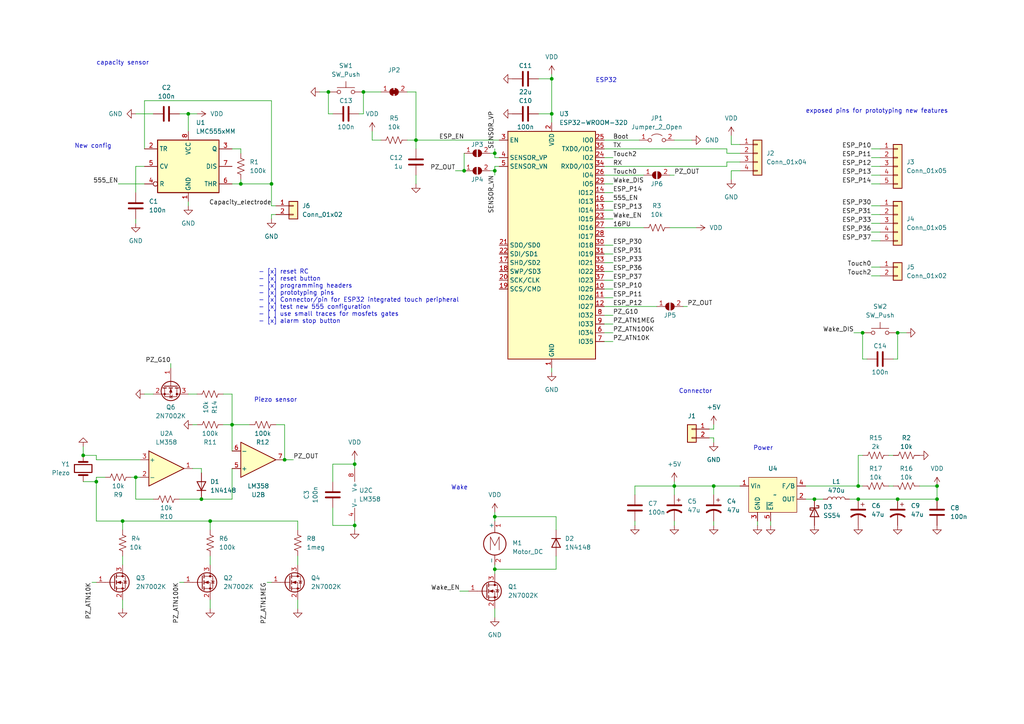
<source format=kicad_sch>
(kicad_sch (version 20230121) (generator eeschema)
  (paper "A4")
  (lib_symbols
    (symbol "Amplifier_Operational:LM358" (pin_names (offset 0.127))
      (property "Reference" "U" (at 0 5.08 0))
      (property "Value" "LM358" (at 0 -5.08 0))
      (symbol "LM358_1_1"
        (pin output line (at 7.62 0 180) (length 2.54) (name "~") (number "1"))
        (pin input line (at -7.62 -2.54 0) (length 2.54) (name "-") (number "2"))
        (pin input line (at -7.62 2.54 0) (length 2.54) (name "+") (number "3"))
      )
      (symbol "LM358_2_1"
        (pin input line (at -7.62 2.54 0) (length 2.54) (name "+") (number "5"))
        (pin input line (at -7.62 -2.54 0) (length 2.54) (name "-") (number "6"))
        (pin output line (at 7.62 0 180) (length 2.54) (name "~") (number "7"))
      )
      (symbol "LM358_3_1"
        (pin power_in line (at -2.54 -7.62 90) (length 3.81) (name "V-") (number "4"))
        (pin power_in line (at -2.54 7.62 270) (length 3.81) (name "V+") (number "8"))
      )
    )
    (symbol "Connector_Generic:Conn_01x02" (pin_names (offset 1.016) hide)
      (property "Reference" "J" (at 0 2.54 0))
      (property "Value" "Conn_01x02" (at 0 -5.08 0))
      (symbol "Conn_01x02_1_1"
        (pin passive line (at -5.08 0 0) (length 3.81) (name "Pin_1") (number "1"))
        (pin passive line (at -5.08 -2.54 0) (length 3.81) (name "Pin_2") (number "2"))
      )
    )
    (symbol "Connector_Generic:Conn_01x04" (pin_names (offset 1.016) hide)
      (property "Reference" "J" (at 0 5.08 0))
      (property "Value" "Conn_01x04" (at 0 -7.62 0))
      (symbol "Conn_01x04_1_1"
        (pin passive line (at -5.08 2.54 0) (length 3.81) (name "Pin_1") (number "1"))
        (pin passive line (at -5.08 0 0) (length 3.81) (name "Pin_2") (number "2"))
        (pin passive line (at -5.08 -2.54 0) (length 3.81) (name "Pin_3") (number "3"))
        (pin passive line (at -5.08 -5.08 0) (length 3.81) (name "Pin_4") (number "4"))
      )
    )
    (symbol "Connector_Generic:Conn_01x05" (pin_names (offset 1.016) hide)
      (property "Reference" "J" (at 0 7.62 0))
      (property "Value" "Conn_01x05" (at 0 -7.62 0))
      (symbol "Conn_01x05_1_1"
        (pin passive line (at -5.08 5.08 0) (length 3.81) (name "Pin_1") (number "1"))
        (pin passive line (at -5.08 2.54 0) (length 3.81) (name "Pin_2") (number "2"))
        (pin passive line (at -5.08 0 0) (length 3.81) (name "Pin_3") (number "3"))
        (pin passive line (at -5.08 -2.54 0) (length 3.81) (name "Pin_4") (number "4"))
        (pin passive line (at -5.08 -5.08 0) (length 3.81) (name "Pin_5") (number "5"))
      )
    )
    (symbol "Device:C" (pin_numbers hide) (pin_names (offset 0.254))
      (property "Reference" "C" (at 0.635 2.54 0))
      (property "Value" "C" (at 0.635 -2.54 0))
      (symbol "C_1_1"
        (pin passive line (at 0 3.81 270) (length 2.794) (name "~") (number "1"))
        (pin passive line (at 0 -3.81 90) (length 2.794) (name "~") (number "2"))
      )
    )
    (symbol "Device:C_Polarized_US" (pin_numbers hide) (pin_names (offset 0.254) hide)
      (property "Reference" "C" (at 0.635 2.54 0))
      (property "Value" "C_Polarized_US" (at 0.635 -2.54 0))
      (symbol "C_Polarized_US_1_1"
        (pin passive line (at 0 3.81 270) (length 2.794) (name "~") (number "1"))
        (pin passive line (at 0 -3.81 90) (length 3.302) (name "~") (number "2"))
      )
    )
    (symbol "Device:Crystal" (pin_numbers hide) (pin_names (offset 1.016) hide)
      (property "Reference" "Y" (at 0 3.81 0))
      (property "Value" "Crystal" (at 0 -3.81 0))
      (symbol "Crystal_1_1"
        (pin passive line (at -3.81 0 0) (length 1.27) (name "1") (number "1"))
        (pin passive line (at 3.81 0 180) (length 1.27) (name "2") (number "2"))
      )
    )
    (symbol "Device:D_Schottky" (pin_numbers hide) (pin_names (offset 1.016) hide)
      (property "Reference" "D" (at 0 2.54 0))
      (property "Value" "D_Schottky" (at 0 -2.54 0))
      (symbol "D_Schottky_1_1"
        (pin passive line (at -3.81 0 0) (length 2.54) (name "K") (number "1"))
        (pin passive line (at 3.81 0 180) (length 2.54) (name "A") (number "2"))
      )
    )
    (symbol "Device:L" (pin_numbers hide) (pin_names (offset 1.016) hide)
      (property "Reference" "L" (at -1.27 0 90))
      (property "Value" "L" (at 1.905 0 90))
      (symbol "L_1_1"
        (pin passive line (at 0 3.81 270) (length 1.27) (name "1") (number "1"))
        (pin passive line (at 0 -3.81 90) (length 1.27) (name "2") (number "2"))
      )
    )
    (symbol "Device:R_US" (pin_numbers hide) (pin_names (offset 0))
      (property "Reference" "R" (at 2.54 0 90))
      (property "Value" "R_US" (at -2.54 0 90))
      (symbol "R_US_1_1"
        (pin passive line (at 0 3.81 270) (length 1.27) (name "~") (number "1"))
        (pin passive line (at 0 -3.81 90) (length 1.27) (name "~") (number "2"))
      )
    )
    (symbol "Diode:1N4148" (pin_numbers hide) (pin_names hide)
      (property "Reference" "D" (at 0 2.54 0))
      (property "Value" "1N4148" (at 0 -2.54 0))
      (symbol "1N4148_1_1"
        (pin passive line (at -3.81 0 0) (length 2.54) (name "K") (number "1"))
        (pin passive line (at 3.81 0 180) (length 2.54) (name "A") (number "2"))
      )
    )
    (symbol "Jumper:Jumper_2_Open" (pin_names (offset 0) hide)
      (property "Reference" "JP" (at 0 2.794 0))
      (property "Value" "Jumper_2_Open" (at 0 -2.286 0))
      (symbol "Jumper_2_Open_1_1"
        (pin passive line (at -5.08 0 0) (length 2.54) (name "A") (number "1"))
        (pin passive line (at 5.08 0 180) (length 2.54) (name "B") (number "2"))
      )
    )
    (symbol "Jumper:SolderJumper_2_Bridged" (pin_names (offset 0) hide)
      (property "Reference" "JP" (at 0 2.032 0))
      (property "Value" "SolderJumper_2_Bridged" (at 0 -2.54 0))
      (symbol "SolderJumper_2_Bridged_1_1"
        (pin passive line (at -3.81 0 0) (length 2.54) (name "A") (number "1"))
        (pin passive line (at 3.81 0 180) (length 2.54) (name "B") (number "2"))
      )
    )
    (symbol "Jumper:SolderJumper_2_Open" (pin_names (offset 0) hide)
      (property "Reference" "JP" (at 0 2.032 0))
      (property "Value" "SolderJumper_2_Open" (at 0 -2.54 0))
      (symbol "SolderJumper_2_Open_1_1"
        (pin passive line (at -3.81 0 0) (length 2.54) (name "A") (number "1"))
        (pin passive line (at 3.81 0 180) (length 2.54) (name "B") (number "2"))
      )
    )
    (symbol "Motor:Motor_DC" (pin_names (offset 0))
      (property "Reference" "M" (at 2.54 2.54 0))
      (property "Value" "Motor_DC" (at 2.54 -5.08 0))
      (symbol "Motor_DC_1_1"
        (pin passive line (at 0 5.08 270) (length 2.54) (name "+") (number "1"))
        (pin passive line (at 0 -7.62 90) (length 2.54) (name "-") (number "2"))
      )
    )
    (symbol "RF_Module:ESP32-WROOM-32D"
      (property "Reference" "U" (at -12.7 34.29 0))
      (property "Value" "ESP32-WROOM-32D" (at 1.27 34.29 0))
      (symbol "ESP32-WROOM-32D_1_1"
        (pin power_in line (at 0 -35.56 90) (length 2.54) (name "GND") (number "1"))
        (pin bidirectional line (at 15.24 -12.7 180) (length 2.54) (name "IO25") (number "10"))
        (pin bidirectional line (at 15.24 -15.24 180) (length 2.54) (name "IO26") (number "11"))
        (pin bidirectional line (at 15.24 -17.78 180) (length 2.54) (name "IO27") (number "12"))
        (pin bidirectional line (at 15.24 10.16 180) (length 2.54) (name "IO14") (number "13"))
        (pin bidirectional line (at 15.24 15.24 180) (length 2.54) (name "IO12") (number "14"))
        (pin passive line (at 0 -35.56 90) (length 2.54) hide (name "GND") (number "15"))
        (pin bidirectional line (at 15.24 12.7 180) (length 2.54) (name "IO13") (number "16"))
        (pin bidirectional line (at -15.24 -5.08 0) (length 2.54) (name "SHD/SD2") (number "17"))
        (pin bidirectional line (at -15.24 -7.62 0) (length 2.54) (name "SWP/SD3") (number "18"))
        (pin bidirectional line (at -15.24 -12.7 0) (length 2.54) (name "SCS/CMD") (number "19"))
        (pin power_in line (at 0 35.56 270) (length 2.54) (name "VDD") (number "2"))
        (pin bidirectional line (at -15.24 -10.16 0) (length 2.54) (name "SCK/CLK") (number "20"))
        (pin bidirectional line (at -15.24 0 0) (length 2.54) (name "SDO/SD0") (number "21"))
        (pin bidirectional line (at -15.24 -2.54 0) (length 2.54) (name "SDI/SD1") (number "22"))
        (pin bidirectional line (at 15.24 7.62 180) (length 2.54) (name "IO15") (number "23"))
        (pin bidirectional line (at 15.24 25.4 180) (length 2.54) (name "IO2") (number "24"))
        (pin bidirectional line (at 15.24 30.48 180) (length 2.54) (name "IO0") (number "25"))
        (pin bidirectional line (at 15.24 20.32 180) (length 2.54) (name "IO4") (number "26"))
        (pin bidirectional line (at 15.24 5.08 180) (length 2.54) (name "IO16") (number "27"))
        (pin bidirectional line (at 15.24 2.54 180) (length 2.54) (name "IO17") (number "28"))
        (pin bidirectional line (at 15.24 17.78 180) (length 2.54) (name "IO5") (number "29"))
        (pin input line (at -15.24 30.48 0) (length 2.54) (name "EN") (number "3"))
        (pin bidirectional line (at 15.24 0 180) (length 2.54) (name "IO18") (number "30"))
        (pin bidirectional line (at 15.24 -2.54 180) (length 2.54) (name "IO19") (number "31"))
        (pin no_connect line (at -12.7 -27.94 0) (length 2.54) hide (name "NC") (number "32"))
        (pin bidirectional line (at 15.24 -5.08 180) (length 2.54) (name "IO21") (number "33"))
        (pin bidirectional line (at 15.24 22.86 180) (length 2.54) (name "RXD0/IO3") (number "34"))
        (pin bidirectional line (at 15.24 27.94 180) (length 2.54) (name "TXD0/IO1") (number "35"))
        (pin bidirectional line (at 15.24 -7.62 180) (length 2.54) (name "IO22") (number "36"))
        (pin bidirectional line (at 15.24 -10.16 180) (length 2.54) (name "IO23") (number "37"))
        (pin passive line (at 0 -35.56 90) (length 2.54) hide (name "GND") (number "38"))
        (pin passive line (at 0 -35.56 90) (length 2.54) hide (name "GND") (number "39"))
        (pin input line (at -15.24 25.4 0) (length 2.54) (name "SENSOR_VP") (number "4"))
        (pin input line (at -15.24 22.86 0) (length 2.54) (name "SENSOR_VN") (number "5"))
        (pin input line (at 15.24 -25.4 180) (length 2.54) (name "IO34") (number "6"))
        (pin input line (at 15.24 -27.94 180) (length 2.54) (name "IO35") (number "7"))
        (pin bidirectional line (at 15.24 -20.32 180) (length 2.54) (name "IO32") (number "8"))
        (pin bidirectional line (at 15.24 -22.86 180) (length 2.54) (name "IO33") (number "9"))
      )
    )
    (symbol "Regulator_Switching:TL2575ADJ"
      (property "Reference" "U4" (at -0.635 7.62 0))
      (property "Value" "~" (at 0 0 0))
      (symbol "TL2575ADJ_1_1"
        (pin power_in line (at -10.16 2.54 0) (length 2.54) (name "Vin") (number "1"))
        (pin power_out line (at 8.89 -1.27 180) (length 2.54) (name "OUT") (number "2"))
        (pin power_in line (at -5.08 -7.62 90) (length 2.54) (name "GND") (number "3"))
        (pin input line (at 8.89 2.54 180) (length 2.54) (name "F/B") (number "4"))
        (pin input line (at -1.27 -7.62 90) (length 2.54) (name "~{EN}") (number "5"))
      )
    )
    (symbol "Switch:SW_Push" (pin_numbers hide) (pin_names (offset 1.016) hide)
      (property "Reference" "SW" (at 1.27 2.54 0))
      (property "Value" "SW_Push" (at 0 -1.524 0))
      (symbol "SW_Push_0_1"
        (pin passive line (at -5.08 0 0) (length 2.54) (name "1") (number "1"))
        (pin passive line (at 5.08 0 180) (length 2.54) (name "2") (number "2"))
      )
    )
    (symbol "Timer:LMC555xMM"
      (property "Reference" "U" (at -10.16 8.89 0))
      (property "Value" "LMC555xMM" (at 2.54 8.89 0))
      (symbol "LMC555xMM_0_0"
        (pin power_in line (at 0 -10.16 90) (length 2.54) (name "GND") (number "1"))
        (pin power_in line (at 0 10.16 270) (length 2.54) (name "VCC") (number "8"))
      )
      (symbol "LMC555xMM_1_1"
        (pin input line (at -12.7 5.08 0) (length 3.81) (name "TR") (number "2"))
        (pin output line (at 12.7 5.08 180) (length 3.81) (name "Q") (number "3"))
        (pin input inverted (at -12.7 -5.08 0) (length 3.81) (name "R") (number "4"))
        (pin input line (at -12.7 0 0) (length 3.81) (name "CV") (number "5"))
        (pin input line (at 12.7 -5.08 180) (length 3.81) (name "THR") (number "6"))
        (pin input line (at 12.7 0 180) (length 3.81) (name "DIS") (number "7"))
      )
    )
    (symbol "Transistor_FET:2N7002K" (pin_names hide)
      (property "Reference" "Q" (at 5.08 1.905 0))
      (property "Value" "2N7002K" (at 5.08 0 0))
      (symbol "2N7002K_1_1"
        (pin input line (at -5.08 0 0) (length 2.54) (name "G") (number "1"))
        (pin passive line (at 2.54 -5.08 90) (length 2.54) (name "S") (number "2"))
        (pin passive line (at 2.54 5.08 270) (length 2.54) (name "D") (number "3"))
      )
    )
    (symbol "power:+5V" (power) (pin_names (offset 0))
      (property "Value" "+5V" (at 0 3.556 0))
      (symbol "+5V_1_1"
        (pin power_in line (at 0 0 90) (length 0) hide (name "+5V") (number "1"))
      )
    )
    (symbol "power:GND" (power) (pin_names (offset 0))
      (property "Value" "GND" (at 0 -3.81 0))
      (symbol "GND_1_1"
        (pin power_in line (at 0 0 270) (length 0) hide (name "GND") (number "1"))
      )
    )
    (symbol "power:VDD" (power) (pin_names (offset 0))
      (property "Value" "VDD" (at 0 3.81 0))
      (symbol "VDD_1_1"
        (pin power_in line (at 0 0 90) (length 0) hide (name "VDD") (number "1"))
      )
    )
  )
  (junction (at 143.51 149.86))
  (junction (at 58.42 144.78))
  (junction (at 260.35 96.52))
  (junction (at 69.85 53.34))
  (junction (at 260.35 144.78))
  (junction (at 271.78 140.97))
  (junction (at 236.22 144.78))
  (junction (at 60.96 151.13))
  (junction (at 160.02 33.02))
  (junction (at 35.56 151.13))
  (junction (at 248.92 144.78))
  (junction (at 271.78 144.78))
  (junction (at 248.92 140.97))
  (junction (at 195.58 140.97))
  (junction (at 207.01 140.97))
  (junction (at 143.51 44.45))
  (junction (at 143.51 49.53))
  (junction (at 39.37 138.43))
  (junction (at 95.25 26.67))
  (junction (at 250.19 96.52))
  (junction (at 67.31 123.19))
  (junction (at 24.13 132.08))
  (junction (at 102.87 134.62))
  (junction (at 105.41 26.67))
  (junction (at 82.55 133.35))
  (junction (at 160.02 22.86))
  (junction (at 134.62 49.53))
  (junction (at 54.61 33.02))
  (junction (at 27.94 139.7))
  (junction (at 143.51 165.1))
  (junction (at 102.87 152.4))
  (junction (at 120.65 40.64))
  (junction (at 78.74 53.34))
  (wire (pts (xy 69.85 43.18) (xy 69.85 44.45)))
  (wire (pts (xy 92.71 26.67) (xy 95.25 26.67)))
  (wire (pts (xy 223.52 151.13) (xy 223.52 152.4)))
  (wire (pts (xy 255.27 62.23) (xy 252.73 62.23)))
  (wire (pts (xy 143.51 149.86) (xy 143.51 151.13)))
  (wire (pts (xy 143.51 163.83) (xy 143.51 165.1)))
  (wire (pts (xy 260.35 96.52) (xy 262.89 96.52)))
  (wire (pts (xy 52.07 168.91) (xy 53.34 168.91)))
  (wire (pts (xy 67.31 53.34) (xy 69.85 53.34)))
  (wire (pts (xy 27.94 138.43) (xy 30.48 138.43)))
  (wire (pts (xy 212.09 49.53) (xy 212.09 52.07)))
  (wire (pts (xy 39.37 48.26) (xy 39.37 55.88)))
  (wire (pts (xy 78.74 53.34) (xy 78.74 59.69)))
  (wire (pts (xy 177.8 76.2) (xy 175.26 76.2)))
  (wire (pts (xy 60.96 173.99) (xy 60.96 176.53)))
  (wire (pts (xy 142.24 44.45) (xy 143.51 44.45)))
  (wire (pts (xy 39.37 64.77) (xy 39.37 63.5)))
  (wire (pts (xy 143.51 165.1) (xy 143.51 166.37)))
  (wire (pts (xy 207.01 124.46) (xy 207.01 123.19)))
  (wire (pts (xy 195.58 140.97) (xy 207.01 140.97)))
  (wire (pts (xy 104.14 33.02) (xy 105.41 33.02)))
  (wire (pts (xy 26.67 168.91) (xy 27.94 168.91)))
  (wire (pts (xy 259.08 140.97) (xy 257.81 140.97)))
  (wire (pts (xy 177.8 58.42) (xy 175.26 58.42)))
  (wire (pts (xy 210.82 43.18) (xy 175.26 43.18)))
  (wire (pts (xy 24.13 139.7) (xy 27.94 139.7)))
  (wire (pts (xy 78.74 29.21) (xy 78.74 53.34)))
  (wire (pts (xy 134.62 44.45) (xy 134.62 49.53)))
  (wire (pts (xy 255.27 80.01) (xy 252.73 80.01)))
  (wire (pts (xy 142.24 49.53) (xy 143.51 49.53)))
  (wire (pts (xy 39.37 144.78) (xy 39.37 138.43)))
  (wire (pts (xy 219.71 151.13) (xy 219.71 152.4)))
  (wire (pts (xy 177.8 93.98) (xy 175.26 93.98)))
  (wire (pts (xy 250.19 104.14) (xy 250.19 96.52)))
  (wire (pts (xy 175.26 45.72) (xy 177.8 45.72)))
  (wire (pts (xy 184.15 143.51) (xy 184.15 140.97)))
  (wire (pts (xy 175.26 88.9) (xy 190.5 88.9)))
  (wire (pts (xy 177.8 60.96) (xy 175.26 60.96)))
  (wire (pts (xy 156.21 33.02) (xy 160.02 33.02)))
  (wire (pts (xy 82.55 133.35) (xy 85.09 133.35)))
  (wire (pts (xy 105.41 33.02) (xy 105.41 26.67)))
  (wire (pts (xy 69.85 52.07) (xy 69.85 53.34)))
  (wire (pts (xy 35.56 161.29) (xy 35.56 163.83)))
  (wire (pts (xy 143.51 176.53) (xy 143.51 179.07)))
  (wire (pts (xy 143.51 49.53) (xy 143.51 48.26)))
  (wire (pts (xy 60.96 151.13) (xy 60.96 153.67)))
  (wire (pts (xy 143.51 45.72) (xy 143.51 44.45)))
  (wire (pts (xy 177.8 71.12) (xy 175.26 71.12)))
  (wire (pts (xy 86.36 161.29) (xy 86.36 163.83)))
  (wire (pts (xy 120.65 53.34) (xy 120.65 50.8)))
  (wire (pts (xy 255.27 64.77) (xy 252.73 64.77)))
  (wire (pts (xy 60.96 161.29) (xy 60.96 163.83)))
  (wire (pts (xy 102.87 151.13) (xy 102.87 152.4)))
  (wire (pts (xy 195.58 151.13) (xy 195.58 152.4)))
  (wire (pts (xy 210.82 46.99) (xy 214.63 46.99)))
  (wire (pts (xy 102.87 133.35) (xy 102.87 134.62)))
  (wire (pts (xy 246.38 144.78) (xy 248.92 144.78)))
  (wire (pts (xy 44.45 114.3) (xy 41.91 114.3)))
  (wire (pts (xy 96.52 134.62) (xy 96.52 139.7)))
  (wire (pts (xy 212.09 39.37) (xy 212.09 41.91)))
  (wire (pts (xy 195.58 139.7) (xy 195.58 140.97)))
  (wire (pts (xy 210.82 48.26) (xy 210.82 46.99)))
  (wire (pts (xy 38.1 138.43) (xy 39.37 138.43)))
  (wire (pts (xy 41.91 43.18) (xy 41.91 29.21)))
  (wire (pts (xy 199.39 88.9) (xy 198.12 88.9)))
  (wire (pts (xy 257.81 132.08) (xy 259.08 132.08)))
  (wire (pts (xy 144.78 45.72) (xy 143.51 45.72)))
  (wire (pts (xy 105.41 26.67) (xy 110.49 26.67)))
  (wire (pts (xy 143.51 148.59) (xy 143.51 149.86)))
  (wire (pts (xy 24.13 132.08) (xy 27.94 132.08)))
  (wire (pts (xy 207.01 140.97) (xy 207.01 143.51)))
  (wire (pts (xy 266.7 140.97) (xy 271.78 140.97)))
  (wire (pts (xy 255.27 43.18) (xy 252.73 43.18)))
  (wire (pts (xy 67.31 114.3) (xy 64.77 114.3)))
  (wire (pts (xy 35.56 151.13) (xy 60.96 151.13)))
  (wire (pts (xy 96.52 134.62) (xy 102.87 134.62)))
  (wire (pts (xy 133.35 171.45) (xy 135.89 171.45)))
  (wire (pts (xy 177.8 55.88) (xy 175.26 55.88)))
  (wire (pts (xy 255.27 53.34) (xy 252.73 53.34)))
  (wire (pts (xy 236.22 144.78) (xy 238.76 144.78)))
  (wire (pts (xy 27.94 139.7) (xy 27.94 151.13)))
  (wire (pts (xy 55.88 135.89) (xy 58.42 135.89)))
  (wire (pts (xy 67.31 135.89) (xy 67.31 144.78)))
  (wire (pts (xy 58.42 135.89) (xy 58.42 137.16)))
  (wire (pts (xy 175.26 63.5) (xy 177.8 63.5)))
  (wire (pts (xy 86.36 173.99) (xy 86.36 176.53)))
  (wire (pts (xy 52.07 33.02) (xy 54.61 33.02)))
  (wire (pts (xy 160.02 33.02) (xy 160.02 35.56)))
  (wire (pts (xy 41.91 29.21) (xy 78.74 29.21)))
  (wire (pts (xy 205.74 124.46) (xy 207.01 124.46)))
  (wire (pts (xy 194.31 66.04) (xy 201.93 66.04)))
  (wire (pts (xy 212.09 41.91) (xy 214.63 41.91)))
  (wire (pts (xy 39.37 138.43) (xy 40.64 138.43)))
  (wire (pts (xy 69.85 53.34) (xy 78.74 53.34)))
  (wire (pts (xy 120.65 26.67) (xy 120.65 40.64)))
  (wire (pts (xy 132.08 49.53) (xy 134.62 49.53)))
  (wire (pts (xy 143.51 43.18) (xy 143.51 44.45)))
  (wire (pts (xy 255.27 67.31) (xy 252.73 67.31)))
  (wire (pts (xy 96.52 152.4) (xy 102.87 152.4)))
  (wire (pts (xy 195.58 143.51) (xy 195.58 140.97)))
  (wire (pts (xy 69.85 43.18) (xy 67.31 43.18)))
  (wire (pts (xy 214.63 49.53) (xy 212.09 49.53)))
  (wire (pts (xy 67.31 123.19) (xy 67.31 130.81)))
  (wire (pts (xy 24.13 129.54) (xy 24.13 132.08)))
  (wire (pts (xy 250.19 140.97) (xy 248.92 140.97)))
  (wire (pts (xy 120.65 40.64) (xy 144.78 40.64)))
  (wire (pts (xy 34.29 53.34) (xy 41.91 53.34)))
  (wire (pts (xy 250.19 132.08) (xy 248.92 132.08)))
  (wire (pts (xy 177.8 96.52) (xy 175.26 96.52)))
  (wire (pts (xy 160.02 21.59) (xy 160.02 22.86)))
  (wire (pts (xy 49.53 105.41) (xy 49.53 106.68)))
  (wire (pts (xy 233.68 144.78) (xy 236.22 144.78)))
  (wire (pts (xy 233.68 140.97) (xy 248.92 140.97)))
  (wire (pts (xy 55.88 123.19) (xy 57.15 123.19)))
  (wire (pts (xy 247.65 96.52) (xy 250.19 96.52)))
  (wire (pts (xy 58.42 144.78) (xy 67.31 144.78)))
  (wire (pts (xy 102.87 134.62) (xy 102.87 135.89)))
  (wire (pts (xy 161.29 149.86) (xy 161.29 153.67)))
  (wire (pts (xy 96.52 33.02) (xy 95.25 33.02)))
  (wire (pts (xy 27.94 138.43) (xy 27.94 139.7)))
  (wire (pts (xy 27.94 133.35) (xy 40.64 133.35)))
  (wire (pts (xy 39.37 33.02) (xy 44.45 33.02)))
  (wire (pts (xy 118.11 26.67) (xy 120.65 26.67)))
  (wire (pts (xy 143.51 49.53) (xy 143.51 50.8)))
  (wire (pts (xy 41.91 48.26) (xy 39.37 48.26)))
  (wire (pts (xy 120.65 43.18) (xy 120.65 40.64)))
  (wire (pts (xy 82.55 123.19) (xy 80.01 123.19)))
  (wire (pts (xy 143.51 48.26) (xy 144.78 48.26)))
  (wire (pts (xy 177.8 81.28) (xy 175.26 81.28)))
  (wire (pts (xy 102.87 153.67) (xy 102.87 152.4)))
  (wire (pts (xy 255.27 77.47) (xy 252.73 77.47)))
  (wire (pts (xy 86.36 153.67) (xy 86.36 151.13)))
  (wire (pts (xy 214.63 44.45) (xy 210.82 44.45)))
  (wire (pts (xy 60.96 151.13) (xy 86.36 151.13)))
  (wire (pts (xy 210.82 44.45) (xy 210.82 43.18)))
  (wire (pts (xy 175.26 48.26) (xy 210.82 48.26)))
  (wire (pts (xy 35.56 151.13) (xy 35.56 153.67)))
  (wire (pts (xy 255.27 50.8) (xy 252.73 50.8)))
  (wire (pts (xy 195.58 40.64) (xy 200.66 40.64)))
  (wire (pts (xy 248.92 144.78) (xy 260.35 144.78)))
  (wire (pts (xy 82.55 133.35) (xy 82.55 123.19)))
  (wire (pts (xy 195.58 50.8) (xy 194.31 50.8)))
  (wire (pts (xy 205.74 127) (xy 207.01 127)))
  (wire (pts (xy 160.02 22.86) (xy 160.02 33.02)))
  (wire (pts (xy 207.01 151.13) (xy 207.01 152.4)))
  (wire (pts (xy 44.45 144.78) (xy 39.37 144.78)))
  (wire (pts (xy 255.27 59.69) (xy 252.73 59.69)))
  (wire (pts (xy 78.74 62.23) (xy 78.74 63.5)))
  (wire (pts (xy 175.26 66.04) (xy 186.69 66.04)))
  (wire (pts (xy 177.8 73.66) (xy 175.26 73.66)))
  (wire (pts (xy 260.35 144.78) (xy 271.78 144.78)))
  (wire (pts (xy 248.92 132.08) (xy 248.92 140.97)))
  (wire (pts (xy 251.46 104.14) (xy 250.19 104.14)))
  (wire (pts (xy 177.8 99.06) (xy 175.26 99.06)))
  (wire (pts (xy 177.8 78.74) (xy 175.26 78.74)))
  (wire (pts (xy 35.56 173.99) (xy 35.56 176.53)))
  (wire (pts (xy 259.08 104.14) (xy 260.35 104.14)))
  (wire (pts (xy 77.47 168.91) (xy 78.74 168.91)))
  (wire (pts (xy 27.94 132.08) (xy 27.94 133.35)))
  (wire (pts (xy 255.27 45.72) (xy 252.73 45.72)))
  (wire (pts (xy 177.8 53.34) (xy 175.26 53.34)))
  (wire (pts (xy 255.27 48.26) (xy 252.73 48.26)))
  (wire (pts (xy 67.31 114.3) (xy 67.31 123.19)))
  (wire (pts (xy 175.26 40.64) (xy 185.42 40.64)))
  (wire (pts (xy 184.15 151.13) (xy 184.15 152.4)))
  (wire (pts (xy 57.15 114.3) (xy 54.61 114.3)))
  (wire (pts (xy 177.8 86.36) (xy 175.26 86.36)))
  (wire (pts (xy 184.15 140.97) (xy 195.58 140.97)))
  (wire (pts (xy 95.25 33.02) (xy 95.25 26.67)))
  (wire (pts (xy 143.51 165.1) (xy 161.29 165.1)))
  (wire (pts (xy 177.8 83.82) (xy 175.26 83.82)))
  (wire (pts (xy 214.63 140.97) (xy 207.01 140.97)))
  (wire (pts (xy 67.31 123.19) (xy 72.39 123.19)))
  (wire (pts (xy 207.01 127) (xy 207.01 128.27)))
  (wire (pts (xy 52.07 144.78) (xy 58.42 144.78)))
  (wire (pts (xy 160.02 107.95) (xy 160.02 106.68)))
  (wire (pts (xy 161.29 161.29) (xy 161.29 165.1)))
  (wire (pts (xy 54.61 33.02) (xy 54.61 38.1)))
  (wire (pts (xy 156.21 22.86) (xy 160.02 22.86)))
  (wire (pts (xy 177.8 91.44) (xy 175.26 91.44)))
  (wire (pts (xy 161.29 149.86) (xy 143.51 149.86)))
  (wire (pts (xy 64.77 123.19) (xy 67.31 123.19)))
  (wire (pts (xy 80.01 62.23) (xy 78.74 62.23)))
  (wire (pts (xy 175.26 50.8) (xy 186.69 50.8)))
  (wire (pts (xy 260.35 104.14) (xy 260.35 96.52)))
  (wire (pts (xy 110.49 40.64) (xy 107.95 40.64)))
  (wire (pts (xy 107.95 40.64) (xy 107.95 38.1)))
  (wire (pts (xy 96.52 152.4) (xy 96.52 147.32)))
  (wire (pts (xy 57.15 33.02) (xy 54.61 33.02)))
  (wire (pts (xy 255.27 69.85) (xy 252.73 69.85)))
  (wire (pts (xy 120.65 40.64) (xy 118.11 40.64)))
  (wire (pts (xy 54.61 59.69) (xy 54.61 58.42)))
  (wire (pts (xy 27.94 151.13) (xy 35.56 151.13)))
  (wire (pts (xy 78.74 59.69) (xy 80.01 59.69)))
  (wire (pts (xy 271.78 140.97) (xy 271.78 144.78)))
  (text "Power" (at 218.44 130.81 0) (effects (font (size 1.27 1.27)) (justify left bottom)))
  (text "New config" (at 21.59 43.18 0) (effects (font (size 1.27 1.27)) (justify left bottom)))
  (text "capacity sensor" (at 27.94 19.05 0) (effects (font (size 1.27 1.27)) (justify left bottom)))
  (text "Piezo sensor" (at 73.66 116.84 0) (effects (font (size 1.27 1.27)) (justify left bottom)))
  (text "ESP32" (at 172.72 24.13 0) (effects (font (size 1.27 1.27)) (justify left bottom)))
  (text "Wake" (at 130.81 142.24 0) (effects (font (size 1.27 1.27)) (justify left bottom)))
  (text "exposed pins for prototyping new features" (at 233.68 33.02 0) (effects (font (size 1.27 1.27)) (justify left bottom)))
  (text "- [x] reset RC\n- [x] reset button\n- [x] programming headers\n- [x] prototyping pins\n- [x] Connector/pin for ESP32 integrated touch peripheral\n- [x] test new 555 configuration\n- [ ] use small traces for mosfets gates\n- [x] alarm stop button" (at 74.93 93.98 0) (effects (font (size 1.27 1.27)) (justify left bottom)))
  (text "Connector" (at 196.85 114.3 0) (effects (font (size 1.27 1.27)) (justify left bottom)))
  (label "Touch0" (at 252.73 77.47 180))
  (label "ESP_P14" (at 177.8 55.88 0))
  (label "SENSOR_VP" (at 143.51 43.18 90))
  (label "TX" (at 177.8 43.18 0))
  (label "ESP_P33" (at 177.8 76.2 0))
  (label "555_EN" (at 34.29 53.34 180))
  (label "ESP_EN" (at 134.62 40.64 180))
  (label "Wake_EN" (at 177.8 63.5 0))
  (label "ESP_P33" (at 252.73 64.77 180))
  (label "Wake_EN" (at 133.35 171.45 180))
  (label "PZ_G10" (at 177.8 91.44 0))
  (label "Touch2" (at 177.8 45.72 0))
  (label "ESP_P12" (at 177.8 88.9 0))
  (label "ESP_P10" (at 177.8 83.82 0))
  (label "PZ_ATN1MEG" (at 77.47 168.91 270))
  (label "ESP_P12" (at 252.73 48.26 180))
  (label "Wake_DIS" (at 177.8 53.34 0))
  (label "ESP_P10" (at 252.73 43.18 180))
  (label "Wake_DIS" (at 247.65 96.52 180))
  (label "PZ_OUT" (at 195.58 50.8 0))
  (label "Touch0" (at 177.8 50.8 0))
  (label "PZ_OUT" (at 199.39 88.9 0))
  (label "ESP_P36" (at 177.8 78.74 0))
  (label "PZ_ATN10K" (at 177.8 99.06 0))
  (label "ESP_P36" (at 252.73 67.31 180))
  (label "ESP_P13" (at 177.8 60.96 0))
  (label "ESP_P11" (at 177.8 86.36 0))
  (label "Touch2" (at 252.73 80.01 180))
  (label "ESP_P30" (at 252.73 59.69 180))
  (label "ESP_P37" (at 252.73 69.85 180))
  (label "ESP_P11" (at 252.73 45.72 180))
  (label "ESP_P31" (at 252.73 62.23 180))
  (label "SENSOR_VN" (at 143.51 50.8 270))
  (label "PZ_OUT" (at 132.08 49.53 180))
  (label "ESP_P14" (at 252.73 53.34 180))
  (label "PZ_ATN100K" (at 52.07 168.91 270))
  (label "RX" (at 177.8 48.26 0))
  (label "Capacity_electrode" (at 78.74 59.69 180))
  (label "PZ_ATN10K" (at 26.67 168.91 270))
  (label "PZ_ATN1MEG" (at 177.8 93.98 0))
  (label "Boot" (at 177.8 40.64 0))
  (label "PZ_ATN100K" (at 177.8 96.52 0))
  (label "ESP_P37" (at 177.8 81.28 0))
  (label "ESP_P30" (at 177.8 71.12 0))
  (label "ESP_P13" (at 252.73 50.8 180))
  (label "555_EN" (at 177.8 58.42 0))
  (label "PZ_G10" (at 49.53 105.41 180))
  (label "16PU" (at 177.8 66.04 0))
  (label "PZ_OUT" (at 85.09 133.35 0))
  (label "ESP_P31" (at 177.8 73.66 0))
  (symbol (lib_id "Device:R_US") (at 254 140.97 270) (mirror x) (unit 1)
    (property "Reference" "R17" (at 254 135.89 90))
    (property "Value" "10k" (at 254 138.43 90))
    (property "Footprint" "Resistor_SMD:R_0805_2012Metric_Pad1.20x1.40mm_HandSolder" (effects hide))
  )
  (symbol (lib_id "power:GND") (at 120.65 53.34 0) (unit 1)
    (property "Reference" "#PWR036" (effects hide))
    (property "Value" "GND" (effects hide))
  )
  (symbol (lib_id "Motor:Motor_DC") (at 143.51 156.21 0) (unit 1)
    (property "Reference" "M1" (at 148.59 157.48 0) (effects (justify left)))
    (property "Value" "Motor_DC" (at 148.59 160.02 0) (effects (justify left)))
    (property "Footprint" "Connector_PinHeader_2.54mm:PinHeader_1x02_P2.54mm_Vertical" (effects hide))
  )
  (symbol (lib_id "Device:R_US") (at 254 132.08 90) (unit 1)
    (property "Reference" "R15" (at 254 127 90))
    (property "Value" "2k" (at 254 129.54 90))
    (property "Footprint" "Resistor_SMD:R_0805_2012Metric_Pad1.20x1.40mm_HandSolder" (effects hide))
  )
  (symbol (lib_id "Device:L") (at 242.57 144.78 90) (unit 1)
    (property "Reference" "L1" (at 242.57 139.7 90))
    (property "Value" "470u" (at 242.57 142.24 90))
    (property "Footprint" "Inductor_SMD:L_12x12mm_H8mm" (effects hide))
  )
  (symbol (lib_id "power:VDD") (at 271.78 140.97 0) (unit 1)
    (property "Reference" "#PWR027" (effects hide))
    (property "Value" "VDD" (at 271.78 135.89 0))
  )
  (symbol (lib_id "power:GND") (at 54.61 59.69 0) (unit 1)
    (property "Reference" "#PWR01" (effects hide))
    (property "Value" "GND" (at 54.61 64.77 0))
  )
  (symbol (lib_id "Device:C_Polarized_US") (at 195.58 147.32 0) (mirror y) (unit 1)
    (property "Reference" "C5" (at 199.39 145.415 0) (effects (justify right)))
    (property "Value" "47u" (at 199.39 147.955 0) (effects (justify right)))
    (property "Footprint" "Capacitor_SMD:CP_Elec_6.3x5.7" (effects hide))
  )
  (symbol (lib_id "power:GND") (at 195.58 152.4 0) (unit 1)
    (property "Reference" "#PWR021" (effects hide))
    (property "Value" "GND" (effects hide))
  )
  (symbol (lib_id "Device:R_US") (at 60.96 157.48 180) (unit 1)
    (property "Reference" "R6" (at 63.5 156.21 0) (effects (justify right)))
    (property "Value" "100k" (at 63.5 158.75 0) (effects (justify right)))
    (property "Footprint" "Resistor_SMD:R_0805_2012Metric_Pad1.20x1.40mm_HandSolder" (effects hide))
  )
  (symbol (lib_id "Device:R_US") (at 190.5 66.04 90) (unit 1)
    (property "Reference" "R3" (at 190.5 59.69 90))
    (property "Value" "10k" (at 190.5 62.23 90))
    (property "Footprint" "Resistor_SMD:R_0805_2012Metric_Pad1.20x1.40mm_HandSolder" (effects hide))
  )
  (symbol (lib_id "power:GND") (at 260.35 152.4 0) (unit 1)
    (property "Reference" "#PWR030" (effects hide))
    (property "Value" "GND" (effects hide))
  )
  (symbol (lib_id "Device:C") (at 184.15 147.32 0) (unit 1)
    (property "Reference" "C7" (at 187.96 146.05 0) (effects (justify left)))
    (property "Value" "100n" (at 187.96 148.59 0) (effects (justify left)))
    (property "Footprint" "Capacitor_SMD:C_0805_2012Metric_Pad1.18x1.45mm_HandSolder" (effects hide))
  )
  (symbol (lib_id "Device:C") (at 152.4 33.02 90) (unit 1)
    (property "Reference" "C10" (at 152.4 29.21 90))
    (property "Value" "100n" (at 152.4 36.83 90))
    (property "Footprint" "Capacitor_SMD:C_0805_2012Metric_Pad1.18x1.45mm_HandSolder" (effects hide))
  )
  (symbol (lib_id "power:VDD") (at 57.15 33.02 270) (unit 1)
    (property "Reference" "#PWR02" (effects hide))
    (property "Value" "VDD" (at 60.96 33.02 90) (effects (justify left)))
  )
  (symbol (lib_id "Device:R_US") (at 76.2 123.19 270) (unit 1)
    (property "Reference" "R12" (at 76.2 128.27 90))
    (property "Value" "100k" (at 76.2 125.73 90))
    (property "Footprint" "Resistor_SMD:R_0805_2012Metric_Pad1.20x1.40mm_HandSolder" (effects hide))
  )
  (symbol (lib_id "power:GND") (at 207.01 152.4 0) (unit 1)
    (property "Reference" "#PWR019" (effects hide))
    (property "Value" "GND" (effects hide))
  )
  (symbol (lib_id "power:VDD") (at 143.51 148.59 0) (unit 1)
    (property "Reference" "#PWR05" (effects hide))
    (property "Value" "VDD" (at 143.51 143.51 0))
  )
  (symbol (lib_id "Switch:SW_Push") (at 100.33 26.67 0) (unit 1)
    (property "Reference" "SW1" (at 100.33 19.05 0))
    (property "Value" "SW_Push" (at 100.33 21.59 0))
    (property "Footprint" "Button_Switch_SMD:SW_Push_1P1T_NO_Vertical_Wuerth_434133025816" (effects hide))
    (property "Datasheet" "https://www.ckswitches.com/media/2728/pts815.pdf" (effects hide))
  )
  (symbol (lib_id "power:GND") (at 200.66 40.64 90) (unit 1)
    (property "Reference" "#PWR012" (effects hide))
    (property "Value" "GND" (at 204.47 40.64 90) (effects (justify right)))
  )
  (symbol (lib_id "Device:R_US") (at 60.96 123.19 270) (unit 1)
    (property "Reference" "R11" (at 60.96 128.27 90))
    (property "Value" "100k" (at 60.96 125.73 90))
    (property "Footprint" "Resistor_SMD:R_0805_2012Metric_Pad1.20x1.40mm_HandSolder" (effects hide))
  )
  (symbol (lib_id "Connector_Generic:Conn_01x02") (at 85.09 59.69 0) (unit 1)
    (property "Reference" "J6" (at 87.63 59.69 0) (effects (justify left)))
    (property "Value" "Conn_01x02" (at 87.63 62.23 0) (effects (justify left)))
    (property "Footprint" "Connector_PinHeader_2.54mm:PinHeader_1x02_P2.54mm_Vertical" (effects hide))
  )
  (symbol (lib_id "power:GND") (at 271.78 152.4 0) (unit 1)
    (property "Reference" "#PWR028" (effects hide))
    (property "Value" "GND" (effects hide))
  )
  (symbol (lib_id "Device:C") (at 255.27 104.14 90) (unit 1)
    (property "Reference" "C14" (at 255.27 100.33 90))
    (property "Value" "100n" (at 255.27 107.95 90))
    (property "Footprint" "Capacitor_SMD:C_0805_2012Metric_Pad1.18x1.45mm_HandSolder" (effects hide))
  )
  (symbol (lib_id "Jumper:SolderJumper_2_Open") (at 138.43 49.53 0) (unit 1)
    (property "Reference" "JP4" (at 138.43 52.07 0))
    (property "Value" "SolderJumper_2_Open" (effects hide))
    (property "Footprint" "Jumper:SolderJumper-2_P1.3mm_Open_TrianglePad1.0x1.5mm" (effects hide))
  )
  (symbol (lib_id "Connector_Generic:Conn_01x04") (at 219.71 44.45 0) (unit 1)
    (property "Reference" "J2" (at 222.25 44.45 0) (effects (justify left)))
    (property "Value" "Conn_01x04" (at 222.25 46.99 0) (effects (justify left)))
    (property "Footprint" "Connector_PinHeader_2.54mm:PinHeader_1x04_P2.54mm_Vertical" (effects hide))
  )
  (symbol (lib_id "power:GND") (at 148.59 33.02 270) (unit 1)
    (property "Reference" "#PWR032" (effects hide))
    (property "Value" "GND" (effects hide))
  )
  (symbol (lib_id "Device:R_US") (at 34.29 138.43 270) (unit 1)
    (property "Reference" "R9" (at 34.29 143.51 90))
    (property "Value" "10k" (at 34.29 140.97 90))
    (property "Footprint" "Resistor_SMD:R_0805_2012Metric_Pad1.20x1.40mm_HandSolder" (effects hide))
  )
  (symbol (lib_id "power:GND") (at 143.51 179.07 0) (unit 1)
    (property "Reference" "#PWR06" (effects hide))
    (property "Value" "GND" (at 143.51 184.15 0))
  )
  (symbol (lib_id "power:VDD") (at 107.95 38.1 0) (unit 1)
    (property "Reference" "#PWR035" (effects hide))
    (property "Value" "VDD" (at 107.95 33.02 0))
  )
  (symbol (lib_id "Transistor_FET:2N7002K") (at 58.42 168.91 0) (unit 1)
    (property "Reference" "Q2" (at 64.77 167.64 0) (effects (justify left)))
    (property "Value" "2N7002K" (at 64.77 170.18 0) (effects (justify left)))
    (property "Footprint" "Package_TO_SOT_SMD:SOT-23-3" (effects hide))
    (property "Datasheet" "https://www.diodes.com/assets/Datasheets/ds30896.pdf" (effects hide))
  )
  (symbol (lib_id "Amplifier_Operational:LM358") (at 105.41 143.51 0) (unit 3)
    (property "Reference" "U2" (at 104.14 142.24 0) (effects (justify left)))
    (property "Value" "LM358" (at 104.14 144.78 0) (effects (justify left)))
    (property "Footprint" "Package_SO:SOIC-8_3.9x4.9mm_P1.27mm" (effects hide))
    (property "Datasheet" "http://www.ti.com/lit/ds/symlink/lm2904-n.pdf" (effects hide))
  )
  (symbol (lib_id "power:GND") (at 92.71 26.67 270) (unit 1)
    (property "Reference" "#PWR037" (effects hide))
    (property "Value" "GND" (effects hide))
  )
  (symbol (lib_id "Device:C_Polarized_US") (at 248.92 148.59 0) (mirror y) (unit 1)
    (property "Reference" "C6" (at 252.73 146.685 0) (effects (justify right)))
    (property "Value" "47u" (at 252.73 149.225 0) (effects (justify right)))
    (property "Footprint" "Capacitor_SMD:CP_Elec_6.3x5.7" (effects hide))
  )
  (symbol (lib_id "Diode:1N4148") (at 58.42 140.97 90) (unit 1)
    (property "Reference" "D1" (at 60.96 139.7 90) (effects (justify right)))
    (property "Value" "1N4148" (at 60.96 142.24 90) (effects (justify right)))
    (property "Footprint" "Diode_THT:D_DO-35_SOD27_P7.62mm_Horizontal" (effects hide))
    (property "Datasheet" "https://assets.nexperia.com/documents/data-sheet/1N4148_1N4448.pdf" (effects hide))
    (property "Sim.Device" "D" (effects hide))
    (property "Sim.Pins" "1=K 2=A" (effects hide))
  )
  (symbol (lib_id "Amplifier_Operational:LM358") (at 74.93 133.35 0) (mirror x) (unit 2)
    (property "Reference" "U2" (at 74.93 143.51 0))
    (property "Value" "LM358" (at 74.93 140.97 0))
    (property "Footprint" "Package_SO:SOIC-8_3.9x4.9mm_P1.27mm" (effects hide))
    (property "Datasheet" "http://www.ti.com/lit/ds/symlink/lm2904-n.pdf" (effects hide))
  )
  (symbol (lib_id "Connector_Generic:Conn_01x02") (at 200.66 124.46 0) (mirror y) (unit 1)
    (property "Reference" "J1" (at 200.66 120.65 0))
    (property "Value" "Conn_01x02" (effects hide))
    (property "Footprint" "Connector_PinHeader_2.54mm:PinHeader_1x02_P2.54mm_Vertical" (effects hide))
  )
  (symbol (lib_id "power:GND") (at 223.52 152.4 0) (unit 1)
    (property "Reference" "#PWR023" (effects hide))
    (property "Value" "GND" (effects hide))
  )
  (symbol (lib_id "Jumper:Jumper_2_Open") (at 190.5 40.64 0) (unit 1)
    (property "Reference" "JP1" (at 190.5 34.29 0))
    (property "Value" "Jumper_2_Open" (at 190.5 36.83 0))
    (property "Footprint" "TestPoint:TestPoint_2Pads_Pitch2.54mm_Drill0.8mm" (effects hide))
  )
  (symbol (lib_id "Device:R_US") (at 262.89 132.08 90) (unit 1)
    (property "Reference" "R2" (at 262.89 127 90))
    (property "Value" "10k" (at 262.89 129.54 90))
    (property "Footprint" "Resistor_SMD:R_0805_2012Metric_Pad1.20x1.40mm_HandSolder" (effects hide))
  )
  (symbol (lib_id "power:GND") (at 207.01 128.27 0) (unit 1)
    (property "Reference" "#PWR016" (effects hide))
    (property "Value" "GND" (at 207.01 133.35 0))
  )
  (symbol (lib_id "power:GND") (at 35.56 176.53 0) (unit 1)
    (property "Reference" "#PWR08" (effects hide))
    (property "Value" "GND" (effects hide))
  )
  (symbol (lib_id "Jumper:SolderJumper_2_Bridged") (at 114.3 26.67 0) (unit 1)
    (property "Reference" "JP2" (at 114.3 20.32 0))
    (property "Value" "SolderJumper_2_Bridged" (effects hide))
    (property "Footprint" "Jumper:SolderJumper-2_P1.3mm_Open_TrianglePad1.0x1.5mm" (effects hide))
  )
  (symbol (lib_id "power:GND") (at 78.74 63.5 0) (unit 1)
    (property "Reference" "#PWR041" (effects hide))
    (property "Value" "GND" (at 78.74 68.58 0))
  )
  (symbol (lib_id "Device:R_US") (at 48.26 144.78 270) (unit 1)
    (property "Reference" "R10" (at 48.26 149.86 90))
    (property "Value" "10k" (at 48.26 147.32 90))
    (property "Footprint" "Resistor_SMD:R_0805_2012Metric_Pad1.20x1.40mm_HandSolder" (effects hide))
  )
  (symbol (lib_id "Device:R_US") (at 262.89 140.97 270) (mirror x) (unit 1)
    (property "Reference" "R16" (at 262.89 135.89 90))
    (property "Value" "10k" (at 262.89 138.43 90))
    (property "Footprint" "Resistor_SMD:R_0805_2012Metric_Pad1.20x1.40mm_HandSolder" (effects hide))
  )
  (symbol (lib_id "Regulator_Switching:TL2575ADJ") (at 224.79 143.51 0) (unit 1)
    (property "Reference" "U4" (at 224.155 135.89 0))
    (property "Value" "~" (at 224.79 143.51 0))
    (property "Footprint" "Package_TO_SOT_SMD:TO-263-5_TabPin3" (effects hide))
    (property "Datasheet" "https://www.ti.com/lit/ds/symlink/tl2575-adj.pdf?ts=1703359209214&ref_url=https%253A%252F%252Fwww.ti.com%252Fproduct%252FTL2575-ADJ" (effects hide))
  )
  (symbol (lib_id "power:VDD") (at 160.02 21.59 0) (unit 1)
    (property "Reference" "#PWR026" (effects hide))
    (property "Value" "VDD" (at 160.02 16.51 0))
  )
  (symbol (lib_id "power:GND") (at 148.59 22.86 270) (unit 1)
    (property "Reference" "#PWR034" (effects hide))
    (property "Value" "GND" (effects hide))
  )
  (symbol (lib_id "Device:D_Schottky") (at 236.22 148.59 270) (unit 1)
    (property "Reference" "D3" (at 238.76 147.0025 90) (effects (justify left)))
    (property "Value" "SS54" (at 238.76 149.5425 90) (effects (justify left)))
    (property "Footprint" "Diode_SMD:D_SMA_Handsoldering" (effects hide))
    (property "Datasheet" "https://www.lcsc.com/product-detail/Schottky-Barrier-Diodes-SBD_Shandong-Jingdao-Microelectronics-SS54_C123946.html" (effects hide))
  )
  (symbol (lib_id "power:VDD") (at 102.87 133.35 0) (unit 1)
    (property "Reference" "#PWR013" (effects hide))
    (property "Value" "VDD" (at 102.87 128.27 0))
  )
  (symbol (lib_id "Switch:SW_Push") (at 255.27 96.52 0) (unit 1)
    (property "Reference" "SW2" (at 255.27 88.9 0))
    (property "Value" "SW_Push" (at 255.27 91.44 0))
    (property "Footprint" "Button_Switch_SMD:SW_Push_1P1T_NO_Vertical_Wuerth_434133025816" (effects hide))
    (property "Datasheet" "https://www.ckswitches.com/media/2728/pts815.pdf" (effects hide))
  )
  (symbol (lib_id "Connector_Generic:Conn_01x05") (at 260.35 64.77 0) (unit 1)
    (property "Reference" "J4" (at 262.89 63.5 0) (effects (justify left)))
    (property "Value" "Conn_01x05" (at 262.89 66.04 0) (effects (justify left)))
    (property "Footprint" "Connector_PinHeader_2.54mm:PinHeader_1x05_P2.54mm_Vertical" (effects hide))
  )
  (symbol (lib_id "Transistor_FET:2N7002K") (at 83.82 168.91 0) (unit 1)
    (property "Reference" "Q4" (at 90.17 167.64 0) (effects (justify left)))
    (property "Value" "2N7002K" (at 90.17 170.18 0) (effects (justify left)))
    (property "Footprint" "Package_TO_SOT_SMD:SOT-23-3" (effects hide))
    (property "Datasheet" "https://www.diodes.com/assets/Datasheets/ds30896.pdf" (effects hide))
  )
  (symbol (lib_id "power:GND") (at 41.91 114.3 270) (unit 1)
    (property "Reference" "#PWR015" (effects hide))
    (property "Value" "GND" (effects hide))
  )
  (symbol (lib_id "Transistor_FET:2N7002K") (at 49.53 111.76 270) (unit 1)
    (property "Reference" "Q6" (at 49.53 118.11 90))
    (property "Value" "2N7002K" (at 49.53 120.65 90))
    (property "Footprint" "Package_TO_SOT_SMD:SOT-23-3" (effects hide))
    (property "Datasheet" "https://www.diodes.com/assets/Datasheets/ds30896.pdf" (effects hide))
  )
  (symbol (lib_id "Device:C_Polarized_US") (at 260.35 148.59 0) (mirror y) (unit 1)
    (property "Reference" "C9" (at 264.16 146.685 0) (effects (justify right)))
    (property "Value" "47u" (at 264.16 149.225 0) (effects (justify right)))
    (property "Footprint" "Capacitor_SMD:CP_Elec_6.3x5.7" (effects hide))
  )
  (symbol (lib_id "Amplifier_Operational:LM358") (at 48.26 135.89 0) (unit 1)
    (property "Reference" "U2" (at 48.26 125.73 0))
    (property "Value" "LM358" (at 48.26 128.27 0))
    (property "Footprint" "Package_SO:SOIC-8_3.9x4.9mm_P1.27mm" (effects hide))
    (property "Datasheet" "http://www.ti.com/lit/ds/symlink/lm2904-n.pdf" (effects hide))
  )
  (symbol (lib_id "Transistor_FET:2N7002K") (at 33.02 168.91 0) (unit 1)
    (property "Reference" "Q3" (at 39.37 167.64 0) (effects (justify left)))
    (property "Value" "2N7002K" (at 39.37 170.18 0) (effects (justify left)))
    (property "Footprint" "Package_TO_SOT_SMD:SOT-23-3" (effects hide))
    (property "Datasheet" "https://www.diodes.com/assets/Datasheets/ds30896.pdf" (effects hide))
  )
  (symbol (lib_id "power:VDD") (at 201.93 66.04 270) (unit 1)
    (property "Reference" "#PWR033" (effects hide))
    (property "Value" "VDD" (at 205.74 66.04 90) (effects (justify left)))
  )
  (symbol (lib_id "Connector_Generic:Conn_01x02") (at 260.35 77.47 0) (unit 1)
    (property "Reference" "J5" (at 262.89 77.47 0) (effects (justify left)))
    (property "Value" "Conn_01x02" (at 262.89 80.01 0) (effects (justify left)))
    (property "Footprint" "Connector_PinHeader_2.54mm:PinHeader_1x02_P2.54mm_Vertical" (effects hide))
  )
  (symbol (lib_id "power:GND") (at 60.96 176.53 0) (unit 1)
    (property "Reference" "#PWR09" (effects hide))
    (property "Value" "GND" (effects hide))
  )
  (symbol (lib_id "power:GND") (at 86.36 176.53 0) (unit 1)
    (property "Reference" "#PWR010" (effects hide))
    (property "Value" "GND" (effects hide))
  )
  (symbol (lib_id "Device:R_US") (at 86.36 157.48 180) (unit 1)
    (property "Reference" "R8" (at 88.9 156.21 0) (effects (justify right)))
    (property "Value" "1meg" (at 88.9 158.75 0) (effects (justify right)))
    (property "Footprint" "Resistor_SMD:R_0805_2012Metric_Pad1.20x1.40mm_HandSolder" (effects hide))
  )
  (symbol (lib_id "Device:C") (at 39.37 59.69 0) (unit 1)
    (property "Reference" "C1" (at 43.18 58.42 0) (effects (justify left)))
    (property "Value" "100n" (at 43.18 60.96 0) (effects (justify left)))
    (property "Footprint" "Capacitor_SMD:C_0805_2012Metric_Pad1.18x1.45mm_HandSolder" (effects hide))
  )
  (symbol (lib_id "Device:C") (at 271.78 148.59 0) (unit 1)
    (property "Reference" "C8" (at 275.59 147.32 0) (effects (justify left)))
    (property "Value" "100n" (at 275.59 149.86 0) (effects (justify left)))
    (property "Footprint" "Capacitor_SMD:C_0805_2012Metric_Pad1.18x1.45mm_HandSolder" (effects hide))
  )
  (symbol (lib_id "Device:Crystal") (at 24.13 135.89 90) (mirror x) (unit 1)
    (property "Reference" "Y1" (at 20.32 134.62 90) (effects (justify left)))
    (property "Value" "Piezo" (at 20.32 137.16 90) (effects (justify left)))
    (property "Footprint" "Connector_PinHeader_2.54mm:PinHeader_1x02_P2.54mm_Vertical" (effects hide))
  )
  (symbol (lib_id "power:GND") (at 219.71 152.4 0) (unit 1)
    (property "Reference" "#PWR020" (effects hide))
    (property "Value" "GND" (effects hide))
  )
  (symbol (lib_id "power:GND") (at 212.09 52.07 0) (unit 1)
    (property "Reference" "#PWR039" (effects hide))
    (property "Value" "GND" (at 212.09 57.15 0))
  )
  (symbol (lib_id "Device:R_US") (at 35.56 157.48 180) (unit 1)
    (property "Reference" "R4" (at 39.37 156.21 0))
    (property "Value" "10k" (at 39.37 158.75 0))
    (property "Footprint" "Resistor_SMD:R_0805_2012Metric_Pad1.20x1.40mm_HandSolder" (effects hide))
  )
  (symbol (lib_id "power:+5V") (at 207.01 123.19 0) (unit 1)
    (property "Reference" "#PWR017" (effects hide))
    (property "Value" "+5V" (at 207.01 118.11 0))
  )
  (symbol (lib_id "power:GND") (at 248.92 152.4 0) (unit 1)
    (property "Reference" "#PWR024" (effects hide))
    (property "Value" "GND" (effects hide))
  )
  (symbol (lib_id "Device:C") (at 100.33 33.02 90) (unit 1)
    (property "Reference" "C13" (at 100.33 29.21 90))
    (property "Value" "100n" (at 100.33 36.83 90))
    (property "Footprint" "Capacitor_SMD:C_0805_2012Metric_Pad1.18x1.45mm_HandSolder" (effects hide))
  )
  (symbol (lib_id "RF_Module:ESP32-WROOM-32D") (at 160.02 71.12 0) (unit 1)
    (property "Reference" "U3" (at 162.2141 33.02 0) (effects (justify left)))
    (property "Value" "ESP32-WROOM-32D" (at 162.2141 35.56 0) (effects (justify left)))
    (property "Footprint" "RF_Module:ESP32-WROOM-32D" (effects hide))
    (property "Datasheet" "https://www.espressif.com/sites/default/files/documentation/esp32-wroom-32e_esp32-wroom-32ue_datasheet_en.pdf" (effects hide))
  )
  (symbol (lib_id "power:GND") (at 24.13 129.54 180) (unit 1)
    (property "Reference" "#PWR07" (effects hide))
    (property "Value" "GND" (effects hide))
  )
  (symbol (lib_id "Device:R_US") (at 114.3 40.64 90) (unit 1)
    (property "Reference" "R5" (at 114.3 34.29 90))
    (property "Value" "10k" (at 114.3 36.83 90))
    (property "Footprint" "Resistor_SMD:R_0805_2012Metric_Pad1.20x1.40mm_HandSolder" (effects hide))
  )
  (symbol (lib_id "Transistor_FET:2N7002K") (at 140.97 171.45 0) (unit 1)
    (property "Reference" "Q1" (at 147.32 170.18 0) (effects (justify left)))
    (property "Value" "2N7002K" (at 147.32 172.72 0) (effects (justify left)))
    (property "Footprint" "Package_TO_SOT_SMD:SOT-23-3" (effects hide))
    (property "Datasheet" "https://www.diodes.com/assets/Datasheets/ds30896.pdf" (effects hide))
  )
  (symbol (lib_id "Jumper:SolderJumper_2_Open") (at 194.31 88.9 0) (unit 1)
    (property "Reference" "JP5" (at 194.31 91.44 0))
    (property "Value" "SolderJumper_2_Open" (effects hide))
    (property "Footprint" "Jumper:SolderJumper-2_P1.3mm_Open_TrianglePad1.0x1.5mm" (effects hide))
  )
  (symbol (lib_id "Connector_Generic:Conn_01x05") (at 260.35 48.26 0) (unit 1)
    (property "Reference" "J3" (at 262.89 46.99 0) (effects (justify left)))
    (property "Value" "Conn_01x05" (at 262.89 49.53 0) (effects (justify left)))
    (property "Footprint" "Connector_PinHeader_2.54mm:PinHeader_1x05_P2.54mm_Vertical" (effects hide))
  )
  (symbol (lib_id "Device:C_Polarized_US") (at 207.01 147.32 0) (mirror y) (unit 1)
    (property "Reference" "C4" (at 210.82 145.415 0) (effects (justify right)))
    (property "Value" "47u" (at 210.82 147.955 0) (effects (justify right)))
    (property "Footprint" "Capacitor_SMD:CP_Elec_6.3x5.7" (effects hide))
  )
  (symbol (lib_id "power:GND") (at 236.22 152.4 0) (unit 1)
    (property "Reference" "#PWR025" (effects hide))
    (property "Value" "GND" (effects hide))
  )
  (symbol (lib_id "Device:R_US") (at 69.85 48.26 0) (unit 1)
    (property "Reference" "R1" (at 72.39 46.99 0) (effects (justify left)))
    (property "Value" "100k" (at 72.39 49.53 0) (effects (justify left)))
    (property "Footprint" "Resistor_SMD:R_0805_2012Metric_Pad1.20x1.40mm_HandSolder" (effects hide))
  )
  (symbol (lib_id "power:GND") (at 102.87 153.67 0) (unit 1)
    (property "Reference" "#PWR011" (effects hide))
    (property "Value" "GND" (effects hide))
  )
  (symbol (lib_id "power:GND") (at 262.89 96.52 90) (unit 1)
    (property "Reference" "#PWR040" (effects hide))
    (property "Value" "GND" (effects hide))
  )
  (symbol (lib_id "power:GND") (at 39.37 64.77 0) (unit 1)
    (property "Reference" "#PWR03" (effects hide))
    (property "Value" "GND" (at 39.37 69.85 0))
  )
  (symbol (lib_id "Device:C") (at 120.65 46.99 0) (mirror y) (unit 1)
    (property "Reference" "C12" (at 116.84 45.72 0) (effects (justify left)))
    (property "Value" "1u" (at 116.84 48.26 0) (effects (justify left)))
    (property "Footprint" "Capacitor_SMD:C_0805_2012Metric_Pad1.18x1.45mm_HandSolder" (effects hide))
  )
  (symbol (lib_id "Device:C") (at 96.52 143.51 180) (unit 1)
    (property "Reference" "C3" (at 88.9 143.51 90))
    (property "Value" "100n" (at 91.44 143.51 90))
    (property "Footprint" "Capacitor_SMD:C_0805_2012Metric_Pad1.18x1.45mm_HandSolder" (effects hide))
  )
  (symbol (lib_id "Device:C") (at 152.4 22.86 90) (unit 1)
    (property "Reference" "C11" (at 152.4 19.05 90))
    (property "Value" "22u" (at 152.4 26.67 90))
    (property "Footprint" "Capacitor_SMD:C_1812_4532Metric_Pad1.57x3.40mm_HandSolder" (effects hide))
  )
  (symbol (lib_id "Timer:LMC555xMM") (at 54.61 48.26 0) (unit 1)
    (property "Reference" "U1" (at 56.8041 35.56 0) (effects (justify left)))
    (property "Value" "LMC555xMM" (at 56.8041 38.1 0) (effects (justify left)))
    (property "Footprint" "Package_SO:VSSOP-8_3.0x3.0mm_P0.65mm" (effects hide))
    (property "Datasheet" "http://www.ti.com/lit/ds/symlink/lmc555.pdf" (effects hide))
  )
  (symbol (lib_id "power:GND") (at 266.7 132.08 90) (unit 1)
    (property "Reference" "#PWR031" (effects hide))
    (property "Value" "GND" (effects hide))
  )
  (symbol (lib_id "Jumper:SolderJumper_2_Open") (at 190.5 50.8 0) (unit 1)
    (property "Reference" "JP6" (at 190.5 53.34 0))
    (property "Value" "SolderJumper_2_Open" (effects hide))
    (property "Footprint" "Jumper:SolderJumper-2_P1.3mm_Open_TrianglePad1.0x1.5mm" (effects hide))
  )
  (symbol (lib_id "power:VDD") (at 212.09 39.37 0) (unit 1)
    (property "Reference" "#PWR038" (effects hide))
    (property "Value" "VDD" (at 212.09 34.29 0))
  )
  (symbol (lib_id "power:GND") (at 55.88 123.19 270) (unit 1)
    (property "Reference" "#PWR014" (effects hide))
    (property "Value" "GND" (effects hide))
  )
  (symbol (lib_id "power:GND") (at 160.02 107.95 0) (unit 1)
    (property "Reference" "#PWR018" (effects hide))
    (property "Value" "GND" (at 160.02 113.03 0))
  )
  (symbol (lib_id "Diode:1N4148") (at 161.29 157.48 270) (unit 1)
    (property "Reference" "D2" (at 163.83 156.21 90) (effects (justify left)))
    (property "Value" "1N4148" (at 163.83 158.75 90) (effects (justify left)))
    (property "Footprint" "Diode_THT:D_DO-35_SOD27_P7.62mm_Horizontal" (effects hide))
    (property "Datasheet" "https://assets.nexperia.com/documents/data-sheet/1N4148_1N4448.pdf" (effects hide))
    (property "Sim.Device" "D" (effects hide))
    (property "Sim.Pins" "1=K 2=A" (effects hide))
  )
  (symbol (lib_id "Jumper:SolderJumper_2_Open") (at 138.43 44.45 0) (unit 1)
    (property "Reference" "JP3" (at 138.43 41.91 0))
    (property "Value" "SolderJumper_2_Open" (effects hide))
    (property "Footprint" "Jumper:SolderJumper-2_P1.3mm_Open_TrianglePad1.0x1.5mm" (effects hide))
  )
  (symbol (lib_id "power:+5V") (at 195.58 139.7 0) (unit 1)
    (property "Reference" "#PWR022" (effects hide))
    (property "Value" "+5V" (at 195.58 134.62 0))
  )
  (symbol (lib_id "Device:R_US") (at 60.96 114.3 90) (unit 1)
    (property "Reference" "R14" (at 62.23 118.11 0))
    (property "Value" "10k" (at 59.69 118.11 0))
    (property "Footprint" "Resistor_SMD:R_0805_2012Metric_Pad1.20x1.40mm_HandSolder" (effects hide))
  )
  (symbol (lib_id "power:GND") (at 184.15 152.4 0) (unit 1)
    (property "Reference" "#PWR029" (effects hide))
    (property "Value" "GND" (effects hide))
  )
  (symbol (lib_id "power:GND") (at 39.37 33.02 270) (unit 1)
    (property "Reference" "#PWR04" (effects hide))
    (property "Value" "GND" (at 35.56 33.02 90) (effects (justify right)))
  )
  (symbol (lib_id "Device:C") (at 48.26 33.02 90) (unit 1)
    (property "Reference" "C2" (at 48.26 25.4 90))
    (property "Value" "100n" (at 48.26 27.94 90))
    (property "Footprint" "Capacitor_SMD:C_0805_2012Metric_Pad1.18x1.45mm_HandSolder" (effects hide))
  )
)
</source>
